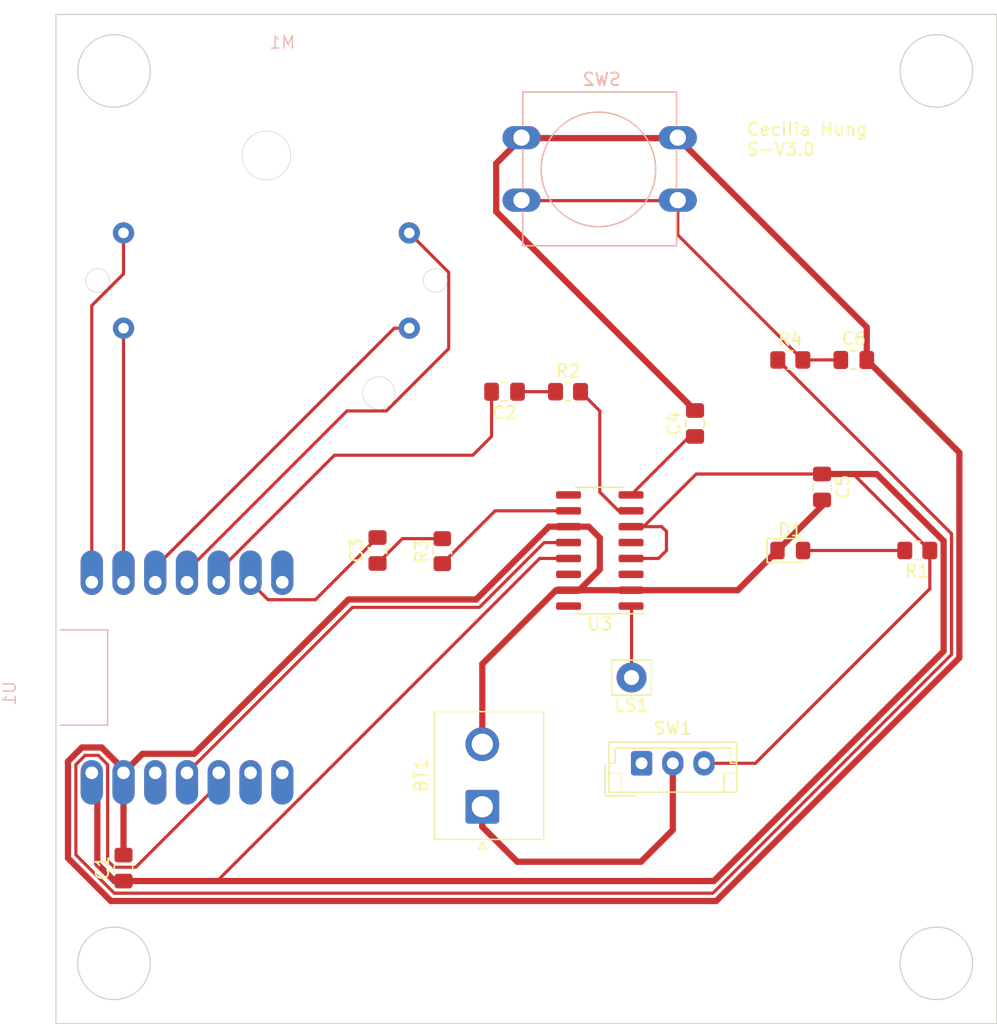
<source format=kicad_pcb>
(kicad_pcb (version 20221018) (generator pcbnew)
  (layers (0 "F.Cu" signal) (31 "B.Cu" signal) (34 "B.Paste" user) (35 "F.Paste" user) (36 "B.SilkS" user "B.Silkscreen") (37 "F.SilkS" user "F.Silkscreen") (38 "B.Mask" user) (39 "F.Mask" user) (44 "Edge.Cuts" user))
  (net 0 "")
  (net 1 "GND")
  (net 2 "Net-(D1-A)")
  (net 3 "Net-(U1-GPIO1_A0_D0)")
  (net 4 "Net-(M1--)")
  (net 5 "Net-(U1-GPIO3_A2_D2)")
  (net 6 "Net-(U1-GPIO4_A3_D3)")
  (net 7 "VCC")
  (net 8 "/BAT")
  (net 9 "Net-(C2-Pad1)")
  (net 10 "Net-(U3-INL)")
  (net 13 "Net-(SW2-B)")
  (net 16 "Net-(U3-INR)")
  (net 17 "Net-(C3-Pad1)")
  (net 18 "Net-(U1-GPIO4_A3_D3_SDA)")
  (net 19 "Net-(U1-GPIO6_A5_D5_SCL)")
  (net 20 "Net-(U3-LOUT+)")
  (net 24 "Net-(U3-VREF)")
  (net 26 "Net-(U1-GPIO9_A10_D10_COPI)")
  (net 29 "Net-(U1-GPIO8_A9_D9_CIPO)")
  (footprint "LED_SMD:LED_0805_2012Metric_Pad1.15x1.40mm_HandSolder" (layer "F.Cu") (at 182.88 73.66)
    (fp_text reference "D1" (at 0 -1.65) (layer "F.SilkS"))
    (fp_text value "LED")
    (fp_line (start -1.86 -0.96) (end -1.86 0.96) (stroke (width 0.12)) (layer "F.SilkS"))
    (fp_line (start -1.86 0.96) (end 1 0.96) (stroke (width 0.12)) (layer "F.SilkS"))
    (fp_line (start 1 -0.96) (end -1.86 -0.96) (stroke (width 0.12)) (layer "F.SilkS"))
    (pad "1" smd roundrect (at -1.025 0) (size 1.15 1.4) (layers "F.Cu" "F.Paste" "F.Mask") (roundrect_rratio 0.2173913043) (net 1 "GND"))
    (pad "2" smd roundrect (at 1.025 0) (size 1.15 1.4) (layers "F.Cu" "F.Paste" "F.Mask") (roundrect_rratio 0.2173913043) (net 2 "Net-(D1-A)"))
  )
  (footprint "Capacitor_SMD:C_0805_2012Metric_Pad1.18x1.45mm_HandSolder" (layer "F.Cu") (at 187.96 58.42)
    (fp_text reference "C6" (at 0 -1.68) (layer "F.SilkS"))
    (fp_text value "100nF")
    (fp_line (start -0.261252 -0.735) (end 0.261252 -0.735) (stroke (width 0.12)) (layer "F.SilkS"))
    (fp_line (start -0.261252 0.735) (end 0.261252 0.735) (stroke (width 0.12)) (layer "F.SilkS"))
    (pad "1" smd roundrect (at -1.0375 0) (size 1.175 1.45) (layers "F.Cu" "F.Paste" "F.Mask") (roundrect_rratio 0.212766) (net 13 "Net-(SW2-B)"))
    (pad "2" smd roundrect (at 1.0375 0) (size 1.175 1.45) (layers "F.Cu" "F.Paste" "F.Mask") (roundrect_rratio 0.212766) (net 1 "GND"))
  )
  (footprint "Connector_JST:JST_EH_B3B-EH-A_1x03_P2.50mm_Vertical" (layer "F.Cu") (at 170.982 90.678)
    (fp_text reference "SW1" (at 2.5 -2.8) (layer "F.SilkS"))
    (fp_text value "SW_SPDT")
    (fp_line (start -2.91 0.11) (end -2.91 2.61) (stroke (width 0.12)) (layer "F.SilkS"))
    (fp_line (start -2.91 2.61) (end -0.41 2.61) (stroke (width 0.12)) (layer "F.SilkS"))
    (fp_line (start -2.61 -1.71) (end -2.61 2.31) (stroke (width 0.12)) (layer "F.SilkS"))
    (fp_line (start -2.61 0) (end -2.11 0) (stroke (width 0.12)) (layer "F.SilkS"))
    (fp_line (start -2.61 0.81) (end -1.61 0.81) (stroke (width 0.12)) (layer "F.SilkS"))
    (fp_line (start -2.61 2.31) (end 7.61 2.31) (stroke (width 0.12)) (layer "F.SilkS"))
    (fp_line (start -2.11 -1.21) (end 7.11 -1.21) (stroke (width 0.12)) (layer "F.SilkS"))
    (fp_line (start -2.11 0) (end -2.11 -1.21) (stroke (width 0.12)) (layer "F.SilkS"))
    (fp_line (start -1.61 0.81) (end -1.61 2.31) (stroke (width 0.12)) (layer "F.SilkS"))
    (fp_line (start 6.61 0.81) (end 6.61 2.31) (stroke (width 0.12)) (layer "F.SilkS"))
    (fp_line (start 7.11 -1.21) (end 7.11 0) (stroke (width 0.12)) (layer "F.SilkS"))
    (fp_line (start 7.11 0) (end 7.61 0) (stroke (width 0.12)) (layer "F.SilkS"))
    (fp_line (start 7.61 -1.71) (end -2.61 -1.71) (stroke (width 0.12)) (layer "F.SilkS"))
    (fp_line (start 7.61 0.81) (end 6.61 0.81) (stroke (width 0.12)) (layer "F.SilkS"))
    (fp_line (start 7.61 2.31) (end 7.61 -1.71) (stroke (width 0.12)) (layer "F.SilkS"))
    (pad "1" thru_hole roundrect (at 0 0) (size 1.7 1.95) (drill 0.95) (layers "*.Cu" "*.Mask") (roundrect_rratio 0.1470588235))
    (pad "2" thru_hole oval (at 2.5 0) (size 1.7 1.95) (drill 0.95) (layers "*.Cu" "*.Mask") (net 8 "/BAT"))
    (pad "3" thru_hole oval (at 5 0) (size 1.7 1.95) (drill 0.95) (layers "*.Cu" "*.Mask") (net 7 "VCC"))
  )
  (footprint "Package_SO:SOP-16_3.9x9.9mm_P1.27mm" (layer "F.Cu") (at 167.64 73.66 180)
    (fp_text reference "U3" (at 0 -5.9) (layer "F.SilkS"))
    (fp_text value "PAM8403D")
    (fp_line (start 0 -5.06) (end -3.5 -5.06) (stroke (width 0.12)) (layer "F.SilkS"))
    (fp_line (start 0 -5.06) (end 1.95 -5.06) (stroke (width 0.12)) (layer "F.SilkS"))
    (fp_line (start 0 5.06) (end -1.95 5.06) (stroke (width 0.12)) (layer "F.SilkS"))
    (fp_line (start 0 5.06) (end 1.95 5.06) (stroke (width 0.12)) (layer "F.SilkS"))
    (pad "1" smd roundrect (at -2.5 -4.445 180) (size 2 0.6) (layers "F.Cu" "F.Paste" "F.Mask") (net 20 "Net-(U3-LOUT+)"))
    (pad "2" smd roundrect (at -2.5 -3.175 180) (size 2 0.6) (layers "F.Cu" "F.Paste" "F.Mask") (net 1 "GND"))
    (pad "3" smd roundrect (at -2.5 -1.905 180) (size 2 0.6) (layers "F.Cu" "F.Paste" "F.Mask"))
    (pad "4" smd roundrect (at -2.5 -0.635 180) (size 2 0.6) (layers "F.Cu" "F.Paste" "F.Mask") (net 7 "VCC"))
    (pad "5" smd roundrect (at -2.5 0.635 180) (size 2 0.6) (layers "F.Cu" "F.Paste" "F.Mask"))
    (pad "6" smd roundrect (at -2.5 1.905 180) (size 2 0.6) (layers "F.Cu" "F.Paste" "F.Mask") (net 7 "VCC"))
    (pad "7" smd roundrect (at -2.5 3.175 180) (size 2 0.6) (layers "F.Cu" "F.Paste" "F.Mask") (net 10 "Net-(U3-INL)"))
    (pad "8" smd roundrect (at -2.5 4.445 180) (size 2 0.6) (layers "F.Cu" "F.Paste" "F.Mask") (net 24 "Net-(U3-VREF)"))
    (pad "9" smd roundrect (at 2.5 4.445 180) (size 2 0.6) (layers "F.Cu" "F.Paste" "F.Mask"))
    (pad "10" smd roundrect (at 2.5 3.175 180) (size 2 0.6) (layers "F.Cu" "F.Paste" "F.Mask") (net 16 "Net-(U3-INR)"))
    (pad "11" smd roundrect (at 2.5 1.905 180) (size 2 0.6) (layers "F.Cu" "F.Paste" "F.Mask") (net 1 "GND"))
    (pad "12" smd roundrect (at 2.5 0.635 180) (size 2 0.6) (layers "F.Cu" "F.Paste" "F.Mask") (net 26 "Net-(U1-GPIO9_A10_D10_COPI)"))
    (pad "13" smd roundrect (at 2.5 -0.635 180) (size 2 0.6) (layers "F.Cu" "F.Paste" "F.Mask") (net 7 "VCC"))
    (pad "14" smd roundrect (at 2.5 -1.905 180) (size 2 0.6) (layers "F.Cu" "F.Paste" "F.Mask"))
    (pad "15" smd roundrect (at 2.5 -3.175 180) (size 2 0.6) (layers "F.Cu" "F.Paste" "F.Mask") (net 1 "GND"))
    (pad "16" smd roundrect (at 2.5 -4.445 180) (size 2 0.6) (layers "F.Cu" "F.Paste" "F.Mask"))
  )
  (footprint "Resistor_SMD:R_0805_2012Metric_Pad1.20x1.40mm_HandSolder" (layer "F.Cu") (at 165.1 60.96)
    (fp_text reference "R2" (at 0 -1.65) (layer "F.SilkS"))
    (fp_text value "1.2kΩ")
    (fp_line (start -0.227064 -0.735) (end 0.227064 -0.735) (stroke (width 0.12)) (layer "F.SilkS"))
    (fp_line (start -0.227064 0.735) (end 0.227064 0.735) (stroke (width 0.12)) (layer "F.SilkS"))
    (pad "1" smd roundrect (at -1 0) (size 1.2 1.4) (layers "F.Cu" "F.Paste" "F.Mask") (roundrect_rratio 0.2083333333) (net 9 "Net-(C2-Pad1)"))
    (pad "2" smd roundrect (at 1 0) (size 1.2 1.4) (layers "F.Cu" "F.Paste" "F.Mask") (roundrect_rratio 0.2083333333) (net 10 "Net-(U3-INL)"))
  )
  (footprint "Resistor_SMD:R_0805_2012Metric_Pad1.20x1.40mm_HandSolder" (layer "F.Cu") (at 193.04 73.66 180)
    (fp_text reference "R1" (at 0 -1.65) (layer "F.SilkS"))
    (fp_text value "85Ω")
    (fp_line (start -0.227064 -0.735) (end 0.227064 -0.735) (stroke (width 0.12)) (layer "F.SilkS"))
    (fp_line (start -0.227064 0.735) (end 0.227064 0.735) (stroke (width 0.12)) (layer "F.SilkS"))
    (pad "1" smd roundrect (at -1 0 180) (size 1.2 1.4) (layers "F.Cu" "F.Paste" "F.Mask") (roundrect_rratio 0.2083333333) (net 7 "VCC"))
    (pad "2" smd roundrect (at 1 0 180) (size 1.2 1.4) (layers "F.Cu" "F.Paste" "F.Mask") (roundrect_rratio 0.2083333333) (net 2 "Net-(D1-A)"))
  )
  (footprint "Capacitor_SMD:C_0805_2012Metric_Pad1.18x1.45mm_HandSolder" (layer "F.Cu") (at 185.42 68.58 -90)
    (fp_text reference "C5" (at 0 -1.68 90) (layer "F.SilkS"))
    (fp_text value "470μF")
    (fp_line (start -0.261252 -0.735) (end 0.261252 -0.735) (stroke (width 0.12)) (layer "F.SilkS"))
    (fp_line (start -0.261252 0.735) (end 0.261252 0.735) (stroke (width 0.12)) (layer "F.SilkS"))
    (pad "1" smd roundrect (at -1.0375 0 270) (size 1.175 1.45) (layers "F.Cu" "F.Paste" "F.Mask") (roundrect_rratio 0.2127659574) (net 7 "VCC"))
    (pad "2" smd roundrect (at 1.0375 0 270) (size 1.175 1.45) (layers "F.Cu" "F.Paste" "F.Mask") (roundrect_rratio 0.2127659574) (net 1 "GND"))
  )
  (footprint "Capacitor_SMD:C_0805_2012Metric_Pad1.18x1.45mm_HandSolder" (layer "F.Cu") (at 175.26 63.5 90)
    (fp_text reference "C4" (at 0 -1.68 90) (layer "F.SilkS"))
    (fp_text value "0.1μF")
    (fp_line (start -0.261252 -0.735) (end 0.261252 -0.735) (stroke (width 0.12)) (layer "F.SilkS"))
    (fp_line (start -0.261252 0.735) (end 0.261252 0.735) (stroke (width 0.12)) (layer "F.SilkS"))
    (pad "1" smd roundrect (at -1.0375 0 90) (size 1.175 1.45) (layers "F.Cu" "F.Paste" "F.Mask") (roundrect_rratio 0.2127659574) (net 24 "Net-(U3-VREF)"))
    (pad "2" smd roundrect (at 1.0375 0 90) (size 1.175 1.45) (layers "F.Cu" "F.Paste" "F.Mask") (roundrect_rratio 0.2127659574) (net 1 "GND"))
  )
  (footprint "Resistor_SMD:R_0805_2012Metric_Pad1.20x1.40mm_HandSolder" (layer "F.Cu") (at 182.88 58.42)
    (fp_text reference "R4" (at 0 -1.65) (layer "F.SilkS"))
    (fp_text value "10kΩ")
    (fp_line (start -0.227064 -0.735) (end 0.227064 -0.735) (stroke (width 0.12)) (layer "F.SilkS"))
    (fp_line (start -0.227064 0.735) (end 0.227064 0.735) (stroke (width 0.12)) (layer "F.SilkS"))
    (pad "1" smd roundrect (at -1 0) (size 1.2 1.4) (layers "F.Cu" "F.Paste" "F.Mask") (roundrect_rratio 0.208333) (net 29 "Net-(U1-GPIO8_A9_D9_CIPO)"))
    (pad "2" smd roundrect (at 1 0) (size 1.2 1.4) (layers "F.Cu" "F.Paste" "F.Mask") (roundrect_rratio 0.208333) (net 13 "Net-(SW2-B)"))
  )
  (footprint "Capacitor_SMD:C_0805_2012Metric_Pad1.18x1.45mm_HandSolder" (layer "F.Cu") (at 129.54 99.06 90)
    (fp_text reference "C1" (at 0 -1.68 90) (layer "F.SilkS"))
    (fp_text value "1μF")
    (fp_line (start -0.261252 -0.735) (end 0.261252 -0.735) (stroke (width 0.12)) (layer "F.SilkS"))
    (fp_line (start -0.261252 0.735) (end 0.261252 0.735) (stroke (width 0.12)) (layer "F.SilkS"))
    (pad "1" smd roundrect (at -1.0375 0 90) (size 1.175 1.45) (layers "F.Cu" "F.Paste" "F.Mask") (roundrect_rratio 0.2127659574) (net 7 "VCC"))
    (pad "2" smd roundrect (at 1.0375 0 90) (size 1.175 1.45) (layers "F.Cu" "F.Paste" "F.Mask") (roundrect_rratio 0.2127659574) (net 1 "GND"))
  )
  (footprint "Connector_Pin:Pin_D1.2mm_L11.3mm_W3.0mm_Flat" (layer "F.Cu") (at 170.18 83.82)
    (fp_text reference "LS1" (at 0 2.2) (layer "F.SilkS"))
    (fp_text value "Speaker")
    (fp_line (start -1.6 -1.4) (end 1.6 -1.4) (stroke (width 0.12)) (layer "F.SilkS"))
    (fp_line (start -1.6 1.4) (end -1.6 -1.4) (stroke (width 0.12)) (layer "F.SilkS"))
    (fp_line (start 1.6 -1.4) (end 1.6 1.4) (stroke (width 0.12)) (layer "F.SilkS"))
    (fp_line (start 1.6 1.4) (end -1.6 1.4) (stroke (width 0.12)) (layer "F.SilkS"))
    (pad "1" thru_hole circle (at 0 0) (size 2.4 2.4) (drill 1.2) (layers "*.Cu" "*.Mask") (net 20 "Net-(U3-LOUT+)"))
  )
  (footprint "Capacitor_SMD:C_0805_2012Metric_Pad1.18x1.45mm_HandSolder" (layer "F.Cu") (at 149.86 73.66 90)
    (fp_text reference "C3" (at 0 -1.68 90) (layer "F.SilkS"))
    (fp_text value "0.47μF")
    (fp_line (start -0.261252 -0.735) (end 0.261252 -0.735) (stroke (width 0.12)) (layer "F.SilkS"))
    (fp_line (start -0.261252 0.735) (end 0.261252 0.735) (stroke (width 0.12)) (layer "F.SilkS"))
    (pad "1" smd roundrect (at -1.0375 0 90) (size 1.175 1.45) (layers "F.Cu" "F.Paste" "F.Mask") (roundrect_rratio 0.2127659574) (net 17 "Net-(C3-Pad1)"))
    (pad "2" smd roundrect (at 1.0375 0 90) (size 1.175 1.45) (layers "F.Cu" "F.Paste" "F.Mask") (roundrect_rratio 0.2127659574) (net 19 "Net-(U1-GPIO6_A5_D5_SCL)"))
  )
  (footprint "Connector_JST:JST_NV_B02P-NV_1x02_P5.00mm_Vertical" (layer "F.Cu") (at 158.242 94.154 90)
    (fp_text reference "BT1" (at 2.5 -4.9 90) (layer "F.SilkS"))
    (fp_text value "Battery_Cell")
    (fp_line (start -3.41 -0.3) (end -2.81 0) (stroke (width 0.12)) (layer "F.SilkS"))
    (fp_line (start -3.41 0.3) (end -3.41 -0.3) (stroke (width 0.12)) (layer "F.SilkS"))
    (fp_line (start -2.81 0) (end -3.41 0.3) (stroke (width 0.12)) (layer "F.SilkS"))
    (fp_line (start -2.61 -3.81) (end -2.61 4.91) (stroke (width 0.12)) (layer "F.SilkS"))
    (fp_line (start -2.61 4.91) (end 7.61 4.91) (stroke (width 0.12)) (layer "F.SilkS"))
    (fp_line (start 7.61 -3.81) (end -2.61 -3.81) (stroke (width 0.12)) (layer "F.SilkS"))
    (fp_line (start 7.61 4.91) (end 7.61 -3.81) (stroke (width 0.12)) (layer "F.SilkS"))
    (pad "1" thru_hole roundrect (at 0 0 90) (size 2.7 2.7) (drill 1.7) (layers "*.Cu" "*.Mask") (roundrect_rratio 0.09259296296) (net 8 "/BAT"))
    (pad "2" thru_hole circle (at 5 0 90) (size 2.7 2.7) (drill 1.7) (layers "*.Cu" "*.Mask") (net 1 "GND"))
  )
  (footprint "Resistor_SMD:R_0805_2012Metric_Pad1.20x1.40mm_HandSolder" (layer "F.Cu") (at 155.0416 73.7108 90)
    (fp_text reference "R3" (at 0 -1.65 90) (layer "F.SilkS"))
    (fp_text value "1.2kΩ")
    (fp_line (start -0.227064 -0.735) (end 0.227064 -0.735) (stroke (width 0.12)) (layer "F.SilkS"))
    (fp_line (start -0.227064 0.735) (end 0.227064 0.735) (stroke (width 0.12)) (layer "F.SilkS"))
    (pad "1" smd roundrect (at -1 0 90) (size 1.2 1.4) (layers "F.Cu" "F.Paste" "F.Mask") (roundrect_rratio 0.2083333333) (net 16 "Net-(U3-INR)"))
    (pad "2" smd roundrect (at 1 0 90) (size 1.2 1.4) (layers "F.Cu" "F.Paste" "F.Mask") (roundrect_rratio 0.2083333333) (net 17 "Net-(C3-Pad1)"))
  )
  (footprint "Capacitor_SMD:C_0805_2012Metric_Pad1.18x1.45mm_HandSolder" (layer "F.Cu") (at 160.02 60.96 180)
    (fp_text reference "C2" (at 0 -1.68) (layer "F.SilkS"))
    (fp_text value "0.47μF")
    (fp_line (start -0.261252 -0.735) (end 0.261252 -0.735) (stroke (width 0.12)) (layer "F.SilkS"))
    (fp_line (start -0.261252 0.735) (end 0.261252 0.735) (stroke (width 0.12)) (layer "F.SilkS"))
    (pad "1" smd roundrect (at -1.0375 0 180) (size 1.175 1.45) (layers "F.Cu" "F.Paste" "F.Mask") (roundrect_rratio 0.2127659574) (net 9 "Net-(C2-Pad1)"))
    (pad "2" smd roundrect (at 1.0375 0 180) (size 1.175 1.45) (layers "F.Cu" "F.Paste" "F.Mask") (roundrect_rratio 0.2127659574) (net 18 "Net-(U1-GPIO4_A3_D3_SDA)"))
  )
  (footprint "demo_esp32:XIAO_ESP32_SENSE" (layer "B.Cu") (at 134.62 83.82 -90)
    (fp_text reference "U1" (at 1.27 14.2 90 unlocked) (layer "B.SilkS") (effects (font (thickness 0.1)) (justify mirror)))
    (fp_text value "~")
    (fp_line (start -3.81 6.35) (end 3.81 6.35) (stroke (width 0.1)) (layer "B.SilkS"))
    (fp_line (start -3.81 10.16) (end -3.81 6.35) (stroke (width 0.1)) (layer "B.SilkS"))
    (fp_line (start 3.81 6.35) (end 3.81 10.16) (stroke (width 0.1)) (layer "B.SilkS"))
    (pad "1" thru_hole oval (at -7.62 7.62 270) (size 3.556 1.778) (drill 1.016 (offset -0.762 0)) (layers "*.Cu" "*.Mask") (net 3 "Net-(U1-GPIO1_A0_D0)"))
    (pad "2" thru_hole oval (at -7.62 5.08 270) (size 3.556 1.778) (drill 1.016 (offset -0.762 0)) (layers "*.Cu" "*.Mask") (net 4 "Net-(M1--)"))
    (pad "3" thru_hole oval (at -7.62 2.54 270) (size 3.556 1.778) (drill 1.016 (offset -0.762 0)) (layers "*.Cu" "*.Mask") (net 5 "Net-(U1-GPIO3_A2_D2)"))
    (pad "4" thru_hole oval (at -7.62 0 270) (size 3.556 1.778) (drill 1.016 (offset -0.762 0)) (layers "*.Cu" "*.Mask") (net 6 "Net-(U1-GPIO4_A3_D3)"))
    (pad "5" thru_hole oval (at -7.62 -2.54 270) (size 3.556 1.778) (drill 1.016 (offset -0.762 0)) (layers "*.Cu" "*.Mask") (net 18 "Net-(U1-GPIO4_A3_D3_SDA)"))
    (pad "6" thru_hole oval (at -7.62 -5.08 270) (size 3.556 1.778) (drill 1.016 (offset -0.762 0)) (layers "*.Cu" "*.Mask") (net 19 "Net-(U1-GPIO6_A5_D5_SCL)"))
    (pad "7" thru_hole oval (at -7.62 -7.62 270) (size 3.556 1.778) (drill 1.016 (offset -0.762 0)) (layers "*.Cu" "*.Mask"))
    (pad "8" thru_hole oval (at 7.62 7.62 270) (size 3.556 1.778) (drill 1.016 (offset 0.762 0)) (layers "*.Cu" "*.Mask") (net 7 "VCC"))
    (pad "9" thru_hole oval (at 7.62 5.08 270) (size 3.556 1.778) (drill 1.016 (offset 0.762 0)) (layers "*.Cu" "*.Mask") (net 1 "GND"))
    (pad "10" thru_hole oval (at 7.62 2.54 270) (size 3.556 1.778) (drill 1.016 (offset 0.762 0)) (layers "*.Cu" "*.Mask"))
    (pad "11" thru_hole oval (at 7.62 0 270) (size 3.556 1.778) (drill 1.016 (offset 0.762 0)) (layers "*.Cu" "*.Mask") (net 26 "Net-(U1-GPIO9_A10_D10_COPI)"))
    (pad "12" thru_hole oval (at 7.62 -2.54 270) (size 3.556 1.778) (drill 1.016 (offset 0.762 0)) (layers "*.Cu" "*.Mask") (net 29 "Net-(U1-GPIO8_A9_D9_CIPO)"))
    (pad "13" thru_hole oval (at 7.62 -5.08 270) (size 3.556 1.778) (drill 1.016 (offset 0.762 0)) (layers "*.Cu" "*.Mask"))
    (pad "14" thru_hole oval (at 7.62 -7.62 270) (size 3.556 1.778) (drill 1.016 (offset 0.762 0)) (layers "*.Cu" "*.Mask"))
  )
  (footprint "Button_Switch_THT:SW_PUSH-12mm" (layer "B.Cu") (at 173.88 40.64 180)
    (fp_text reference "SW2" (at 6.08 4.66) (layer "B.SilkS") (effects (justify mirror)))
    (fp_text value "SW_SPST")
    (fp_line (start 0.1 -8.65) (end 0.1 -5.93) (stroke (width 0.12)) (layer "B.SilkS"))
    (fp_line (start 0.1 -4.07) (end 0.1 -0.93) (stroke (width 0.12)) (layer "B.SilkS"))
    (fp_line (start 0.1 0.93) (end 0.1 3.65) (stroke (width 0.12)) (layer "B.SilkS"))
    (fp_line (start 0.1 3.65) (end 12.4 3.65) (stroke (width 0.12)) (layer "B.SilkS"))
    (fp_line (start 12.4 -8.65) (end 0.1 -8.65) (stroke (width 0.12)) (layer "B.SilkS"))
    (fp_line (start 12.4 -5.93) (end 12.4 -8.65) (stroke (width 0.12)) (layer "B.SilkS"))
    (fp_line (start 12.4 -0.93) (end 12.4 -4.07) (stroke (width 0.12)) (layer "B.SilkS"))
    (fp_line (start 12.4 3.65) (end 12.4 0.93) (stroke (width 0.12)) (layer "B.SilkS"))
    (fp_circle (center 6.35 -2.54) (end 10.16 -5.08) (stroke (width 0.12)) (fill none) (layer "B.SilkS"))
    (pad "1" thru_hole oval (at 0 0 180) (size 3.048 1.85) (drill 1.3) (layers "*.Cu" "*.Mask") (net 1 "GND"))
    (pad "1" thru_hole oval (at 12.5 0 180) (size 3.048 1.85) (drill 1.3) (layers "*.Cu" "*.Mask") (net 1 "GND"))
    (pad "2" thru_hole oval (at 0 -5 180) (size 3.048 1.85) (drill 1.3) (layers "*.Cu" "*.Mask") (net 13 "Net-(SW2-B)"))
    (pad "2" thru_hole oval (at 12.5 -5 180) (size 3.048 1.85) (drill 1.3) (layers "*.Cu" "*.Mask") (net 13 "Net-(SW2-B)"))
  )
  (footprint "demo_motor:x27_stepper" (layer "B.Cu") (at 138.43 62.23 180)
    (fp_text reference "M1" (at -3.81 29.21 unlocked) (layer "B.SilkS") (effects (font (thickness 0.1)) (justify mirror)))
    (fp_text value "Stepper_Motor_bipolar")
    (fp_circle (center -16.04 10.16) (end -15.09 10.16) (stroke (width 0.05)) (fill none) (layer "Edge.Cuts"))
    (fp_circle (center -11.54 1.16) (end -10.24 1.16) (stroke (width 0.05)) (fill none) (layer "Edge.Cuts"))
    (fp_circle (center -2.54 20.16) (end -0.59 20.16) (stroke (width 0.05)) (fill none) (layer "Edge.Cuts"))
    (fp_circle (center 10.96 10.16) (end 11.91 10.16) (stroke (width 0.05)) (fill none) (layer "Edge.Cuts"))
    (pad "1" thru_hole circle (at 8.89 13.97 180) (size 1.7 1.7) (drill 0.85) (layers "*.Cu" "*.Mask") (net 3 "Net-(U1-GPIO1_A0_D0)"))
    (pad "2" thru_hole circle (at 8.89 6.35 180) (size 1.7 1.7) (drill 0.85) (layers "*.Cu" "*.Mask") (net 4 "Net-(M1--)"))
    (pad "3" thru_hole circle (at -13.97 6.35 180) (size 1.7 1.7) (drill 0.85) (layers "*.Cu" "*.Mask") (net 5 "Net-(U1-GPIO3_A2_D2)"))
    (pad "4" thru_hole circle (at -13.97 13.97 180) (size 1.7 1.7) (drill 0.85) (layers "*.Cu" "*.Mask") (net 6 "Net-(U1-GPIO4_A3_D3)"))
  )
  (gr_circle (center 194.564 106.68) (end 197.464 106.68) (stroke (width 0.1)) (fill none) (layer "Edge.Cuts"))
  (gr_rect (start 124.1298 30.7848) (end 199.39 111.506) (stroke (width 0.1)) (fill none) (layer "Edge.Cuts"))
  (gr_circle (center 194.564 35.306) (end 197.464 35.306) (stroke (width 0.1)) (fill none) (layer "Edge.Cuts"))
  (gr_circle (center 128.778 106.68) (end 131.678 106.68) (stroke (width 0.1)) (fill none) (layer "Edge.Cuts"))
  (gr_circle (center 128.778 35.306) (end 131.678 35.306) (stroke (width 0.1)) (fill none) (layer "Edge.Cuts"))
  (gr_text "Cecilia Hung \nS-V3.0" (at 179.324 42.164) (layer "F.SilkS") (effects (font (size 1 1)) (justify left bottom)))
  (segment (start 125.099 90.525581) (end 126.212581 89.412) (width 0.5) (layer "F.Cu") (net 1))
  (segment (start 188.9975 55.7975) (end 188.9975 58.42) (width 0.5) (layer "F.Cu") (net 1))
  (segment (start 173.88 40.68) (end 188.9975 55.7975) (width 0.5) (layer "F.Cu") (net 1))
  (segment (start 176.947736 101.697) (end 128.535336 101.697) (width 0.5) (layer "F.Cu") (net 1))
  (segment (start 131.06 89.92) (end 135.196999 89.92) (width 0.5) (layer "F.Cu") (net 1))
  (segment (start 178.68 76.835) (end 170.14 76.835) (width 0.5) (layer "F.Cu") (net 1))
  (segment (start 185.42 70.095) (end 181.855 73.66) (width 0.5) (layer "F.Cu") (net 1))
  (segment (start 196.406 65.8285) (end 196.406 82.238736) (width 0.5) (layer "F.Cu") (net 1))
  (segment (start 125.099 98.260664) (end 125.099 90.525581) (width 0.5) (layer "F.Cu") (net 1))
  (segment (start 129.54 91.44) (end 129.54 98.0225) (width 0.5) (layer "F.Cu") (net 1))
  (segment (start 167.64 75.184) (end 165.989 76.835) (width 0.5) (layer "F.Cu") (net 1))
  (segment (start 165.989 76.835) (end 165.14 76.835) (width 0.5) (layer "F.Cu") (net 1))
  (segment (start 165.14 76.835) (end 170.14 76.835) (width 0.5) (layer "F.Cu") (net 1))
  (segment (start 196.406 82.238736) (end 176.947736 101.697) (width 0.5) (layer "F.Cu") (net 1))
  (segment (start 163.572632 71.755) (end 165.14 71.755) (width 0.5) (layer "F.Cu") (net 1))
  (segment (start 147.541999 77.575) (end 157.752632 77.575) (width 0.5) (layer "F.Cu") (net 1))
  (segment (start 127.787419 89.412) (end 129.54 91.164581) (width 0.5) (layer "F.Cu") (net 1))
  (segment (start 158.242 89.154) (end 158.242 82.733001) (width 0.5) (layer "F.Cu") (net 1))
  (segment (start 128.535336 101.697) (end 125.099 98.260664) (width 0.5) (layer "F.Cu") (net 1))
  (segment (start 129.54 91.164581) (end 129.54 91.44) (width 0.5) (layer "F.Cu") (net 1))
  (segment (start 158.242 82.733001) (end 164.140001 76.835) (width 0.5) (layer "F.Cu") (net 1))
  (segment (start 126.212581 89.412) (end 127.787419 89.412) (width 0.5) (layer "F.Cu") (net 1))
  (segment (start 161.38 40.68) (end 159.352 42.708) (width 0.5) (layer "F.Cu") (net 1))
  (segment (start 166.139999 76.835) (end 165.14 76.835) (width 0.5) (layer "F.Cu") (net 1))
  (segment (start 159.352 46.5545) (end 175.26 62.4625) (width 0.5) (layer "F.Cu") (net 1))
  (segment (start 167.64 72.644) (end 167.64 75.184) (width 0.5) (layer "F.Cu") (net 1))
  (segment (start 129.54 91.44) (end 131.06 89.92) (width 0.5) (layer "F.Cu") (net 1))
  (segment (start 159.352 42.708) (end 159.352 46.5545) (width 0.5) (layer "F.Cu") (net 1))
  (segment (start 164.140001 76.835) (end 165.14 76.835) (width 0.5) (layer "F.Cu") (net 1))
  (segment (start 166.751 71.755) (end 167.64 72.644) (width 0.5) (layer "F.Cu") (net 1))
  (segment (start 188.9975 58.42) (end 196.406 65.8285) (width 0.5) (layer "F.Cu") (net 1))
  (segment (start 185.42 69.6175) (end 185.42 70.095) (width 0.5) (layer "F.Cu") (net 1))
  (segment (start 165.14 71.755) (end 166.751 71.755) (width 0.5) (layer "F.Cu") (net 1))
  (segment (start 181.855 73.66) (end 178.68 76.835) (width 0.5) (layer "F.Cu") (net 1))
  (segment (start 135.196999 89.92) (end 147.541999 77.575) (width 0.5) (layer "F.Cu") (net 1))
  (segment (start 157.752632 77.575) (end 163.572632 71.755) (width 0.5) (layer "F.Cu") (net 1))
  (segment (start 173.88 40.68) (end 161.38 40.68) (width 0.5) (layer "F.Cu") (net 1))
  (segment (start 183.905 73.66) (end 192.04 73.66) (width 0.254) (layer "F.Cu") (net 2))
  (segment (start 127 76.2) (end 127 54.074113) (width 0.254) (layer "F.Cu") (net 3))
  (segment (start 129.54 51.534113) (end 129.54 48.26) (width 0.254) (layer "F.Cu") (net 3))
  (segment (start 127 54.074113) (end 129.54 51.534113) (width 0.254) (layer "F.Cu") (net 3))
  (segment (start 129.54 76.2) (end 129.54 55.88) (width 0.254) (layer "F.Cu") (net 4))
  (segment (start 132.08 74.997919) (end 132.08 76.2) (width 0.254) (layer "F.Cu") (net 5))
  (segment (start 152.4 55.88) (end 151.197919 55.88) (width 0.254) (layer "F.Cu") (net 5))
  (segment (start 151.197919 55.88) (end 132.08 74.997919) (width 0.254) (layer "F.Cu") (net 5))
  (segment (start 155.555131 57.514249) (end 155.555131 51.415131) (width 0.254) (layer "F.Cu") (net 6))
  (segment (start 147.413422 62.499527) (end 150.569853 62.499527) (width 0.254) (layer "F.Cu") (net 6))
  (segment (start 150.569853 62.499527) (end 155.555131 57.514249) (width 0.254) (layer "F.Cu") (net 6))
  (segment (start 134.62 76.2) (end 134.62 75.292949) (width 0.254) (layer "F.Cu") (net 6))
  (segment (start 155.555131 51.415131) (end 152.4 48.26) (width 0.254) (layer "F.Cu") (net 6))
  (segment (start 134.62 75.292949) (end 147.413422 62.499527) (width 0.254) (layer "F.Cu") (net 6))
  (segment (start 194.04 76.692) (end 194.04 73.66) (width 0.254) (layer "F.Cu") (net 7))
  (segment (start 172.974 72.136) (end 172.974 73.66) (width 0.254) (layer "F.Cu") (net 7))
  (segment (start 194.056 76.708) (end 194.04 76.692) (width 0.254) (layer "F.Cu") (net 7))
  (segment (start 172.593 71.755) (end 172.974 72.136) (width 0.254) (layer "F.Cu") (net 7))
  (segment (start 127.446184 98.728684) (end 127.446184 91.886184) (width 0.5) (layer "F.Cu") (net 7))
  (segment (start 172.974 73.66) (end 172.339 74.295) (width 0.254) (layer "F.Cu") (net 7))
  (segment (start 187.9225 67.5425) (end 185.42 67.5425) (width 0.254) (layer "F.Cu") (net 7))
  (segment (start 137.029551 100.0975) (end 129.54 100.0975) (width 0.254) (layer "F.Cu") (net 7))
  (segment (start 189.795744 67.5425) (end 185.42 67.5425) (width 0.5) (layer "F.Cu") (net 7))
  (segment (start 128.815 100.0975) (end 127.446184 98.728684) (width 0.5) (layer "F.Cu") (net 7))
  (segment (start 195.144 72.890756) (end 189.795744 67.5425) (width 0.5) (layer "F.Cu") (net 7))
  (segment (start 165.14 74.295) (end 162.832051 74.295) (width 0.254) (layer "F.Cu") (net 7))
  (segment (start 170.14 71.755) (end 172.593 71.755) (width 0.254) (layer "F.Cu") (net 7))
  (segment (start 129.54 100.0975) (end 128.815 100.0975) (width 0.5) (layer "F.Cu") (net 7))
  (segment (start 162.832051 74.295) (end 137.029551 100.0975) (width 0.254) (layer "F.Cu") (net 7))
  (segment (start 194.04 73.66) (end 187.9225 67.5425) (width 0.254) (layer "F.Cu") (net 7))
  (segment (start 195.144 81.716) (end 195.144 72.890756) (width 0.5) (layer "F.Cu") (net 7))
  (segment (start 129.54 100.0975) (end 176.7625 100.0975) (width 0.5) (layer "F.Cu") (net 7))
  (segment (start 172.339 74.295) (end 170.14 74.295) (width 0.254) (layer "F.Cu") (net 7))
  (segment (start 176.7625 100.0975) (end 180.34 96.52) (width 0.5) (layer "F.Cu") (net 7))
  (segment (start 180.086 90.678) (end 194.056 76.708) (width 0.254) (layer "F.Cu") (net 7))
  (segment (start 180.34 96.52) (end 195.144 81.716) (width 0.5) (layer "F.Cu") (net 7))
  (segment (start 175.982 90.678) (end 180.086 90.678) (width 0.254) (layer "F.Cu") (net 7))
  (segment (start 170.14 71.755) (end 171.139999 71.755) (width 0.254) (layer "F.Cu") (net 7))
  (segment (start 185.42 67.5425) (end 175.352499 67.5425) (width 0.254) (layer "F.Cu") (net 7))
  (segment (start 175.352499 67.5425) (end 171.139999 71.755) (width 0.254) (layer "F.Cu") (net 7))
  (segment (start 173.482 96.012) (end 173.482 90.678) (width 0.5) (layer "F.Cu") (net 8))
  (segment (start 170.942 98.552) (end 173.482 96.012) (width 0.5) (layer "F.Cu") (net 8))
  (segment (start 158.242 94.154) (end 158.242 95.758) (width 0.5) (layer "F.Cu") (net 8))
  (segment (start 161.036 98.552) (end 170.942 98.552) (width 0.5) (layer "F.Cu") (net 8))
  (segment (start 158.242 95.758) (end 161.036 98.552) (width 0.5) (layer "F.Cu") (net 8))
  (segment (start 161.0575 60.96) (end 164.1 60.96) (width 0.254) (layer "F.Cu") (net 9))
  (segment (start 166.1 60.96) (end 167.64 62.5) (width 0.254) (layer "F.Cu") (net 10))
  (segment (start 167.64 68.984999) (end 169.140001 70.485) (width 0.254) (layer "F.Cu") (net 10))
  (segment (start 167.64 62.5) (end 167.64 68.984999) (width 0.254) (layer "F.Cu") (net 10))
  (segment (start 169.140001 70.485) (end 170.14 70.485) (width 0.254) (layer "F.Cu") (net 10))
  (segment (start 161.38 45.68) (end 173.88 45.68) (width 0.254) (layer "F.Cu") (net 13))
  (segment (start 186.9225 58.42) (end 183.88 58.42) (width 0.254) (layer "F.Cu") (net 13))
  (segment (start 173.88 45.68) (end 173.88 48.42) (width 0.254) (layer "F.Cu") (net 13))
  (segment (start 173.88 48.42) (end 183.88 58.42) (width 0.254) (layer "F.Cu") (net 13))
  (segment (start 155.0416 74.7108) (end 159.2674 70.485) (width 0.254) (layer "F.Cu") (net 16))
  (segment (start 159.2674 70.485) (end 165.14 70.485) (width 0.254) (layer "F.Cu") (net 16))
  (segment (start 151.8467 72.7108) (end 149.86 74.6975) (width 0.254) (layer "F.Cu") (net 17))
  (segment (start 155.0416 72.7108) (end 151.8467 72.7108) (width 0.254) (layer "F.Cu") (net 17))
  (segment (start 157.48 66.04) (end 158.9825 64.5375) (width 0.254) (layer "F.Cu") (net 18))
  (segment (start 137.16 75.292949) (end 146.412949 66.04) (width 0.254) (layer "F.Cu") (net 18))
  (segment (start 137.16 75.292949) (end 137.16 76.2) (width 0.254) (layer "F.Cu") (net 18))
  (segment (start 158.9825 64.5375) (end 158.9825 60.96) (width 0.254) (layer "F.Cu") (net 18))
  (segment (start 146.412949 66.04) (end 157.48 66.04) (width 0.254) (layer "F.Cu") (net 18))
  (segment (start 149.86 72.6225) (end 144.8855 77.597) (width 0.254) (layer "F.Cu") (net 19))
  (segment (start 144.8855 77.597) (end 141.097 77.597) (width 0.254) (layer "F.Cu") (net 19))
  (segment (start 139.7 75.292949) (end 139.7 76.2) (width 0.254) (layer "F.Cu") (net 19))
  (segment (start 141.097 77.597) (end 139.7 76.2) (width 0.254) (layer "F.Cu") (net 19))
  (segment (start 170.18 78.145) (end 170.14 78.105) (width 0.254) (layer "F.Cu") (net 20))
  (segment (start 170.18 83.82) (end 170.18 78.145) (width 0.254) (layer "F.Cu") (net 20))
  (segment (start 174.8175 64.5375) (end 175.26 64.5375) (width 0.254) (layer "F.Cu") (net 24))
  (segment (start 170.14 69.215) (end 174.8175 64.5375) (width 0.254) (layer "F.Cu") (net 24))
  (segment (start 163.195 73.025) (end 165.14 73.025) (width 0.254) (layer "F.Cu") (net 26))
  (segment (start 134.62 91.44) (end 147.854 78.206) (width 0.254) (layer "F.Cu") (net 26))
  (segment (start 147.854 78.206) (end 158.014 78.206) (width 0.254) (layer "F.Cu") (net 26))
  (segment (start 158.014 78.206) (end 163.195 73.025) (width 0.254) (layer "F.Cu") (net 26))
  (segment (start 137.16 92.347051) (end 137.16 91.44) (width 0.254) (layer "F.Cu") (net 29))
  (segment (start 128.796704 98.991) (end 130.516051 98.991) (width 0.254) (layer "F.Cu") (net 29))
  (segment (start 176.686368 101.066) (end 128.796704 101.066) (width 0.254) (layer "F.Cu") (net 29))
  (segment (start 128.27 98.464296) (end 128.796704 98.991) (width 0.254) (layer "F.Cu") (net 29))
  (segment (start 126.473949 90.043) (end 127.526051 90.043) (width 0.254) (layer "F.Cu") (net 29))
  (segment (start 125.73 90.786949) (end 126.473949 90.043) (width 0.254) (layer "F.Cu") (net 29))
  (segment (start 181.88 58.42) (end 195.775 72.315) (width 0.254) (layer "F.Cu") (net 29))
  (segment (start 195.775 81.977368) (end 176.686368 101.066) (width 0.254) (layer "F.Cu") (net 29))
  (segment (start 127.526051 90.043) (end 128.27 90.786949) (width 0.254) (layer "F.Cu") (net 29))
  (segment (start 128.27 90.786949) (end 128.27 98.464296) (width 0.254) (layer "F.Cu") (net 29))
  (segment (start 128.796704 101.066) (end 125.73 97.999296) (width 0.254) (layer "F.Cu") (net 29))
  (segment (start 125.73 97.999296) (end 125.73 90.786949) (width 0.254) (layer "F.Cu") (net 29))
  (segment (start 130.516051 98.991) (end 137.16 92.347051) (width 0.254) (layer "F.Cu") (net 29))
  (segment (start 195.775 72.315) (end 195.775 81.977368) (width 0.254) (layer "F.Cu") (net 29))
)
</source>
